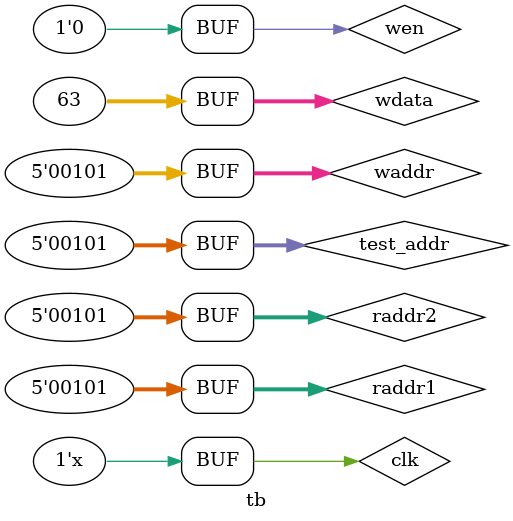
<source format=v>
`timescale 1ns / 1ps


module tb;

    // Inputs
    reg clk;
	reg wen;
	reg [4 :0] raddr1; 
	reg [4 :0] raddr2;
	reg [4 :0] waddr;
	reg [31:0] wdata;
	reg [4 :0] test_addr;
	
    // Outputs
    wire [31:0] rdata1;
	wire [31:0] rdata2;
	wire [31:0] test_data;

    // Instantiate the Unit Under Test (UUT)
    regfile rf(
    .clk(clk),
    .wen(wen),
    .raddr1(raddr1),
    .raddr2(raddr2),
    .waddr(waddr),
    .wdata(wdata),
    .rdata1(rdata1),
    .rdata2(rdata2),
    .test_addr(test_addr),
    .test_data(test_data)
    );

    initial begin
        // Initialize Inputs
        clk = 0;
        wen = 0;
        raddr1 = 0;
        raddr2 = 0;
		waddr = 0;
		wdata = 0;
		test_addr = 0;

        // Wait 100 ns for global reset to finish
        #100;
		waddr = 5'h05;
		wdata = 32'h3F;
        #400;
        wen = 1'b1;
        #500;
        wen = 1'b0;
        #400;
        raddr1 = 5'h05;
        #500;
        raddr2 = 5'h05;
        #400;
        test_addr = 5'h05;
        // Add stimulus here
    end
   always #5 clk = ~clk;
endmodule


</source>
